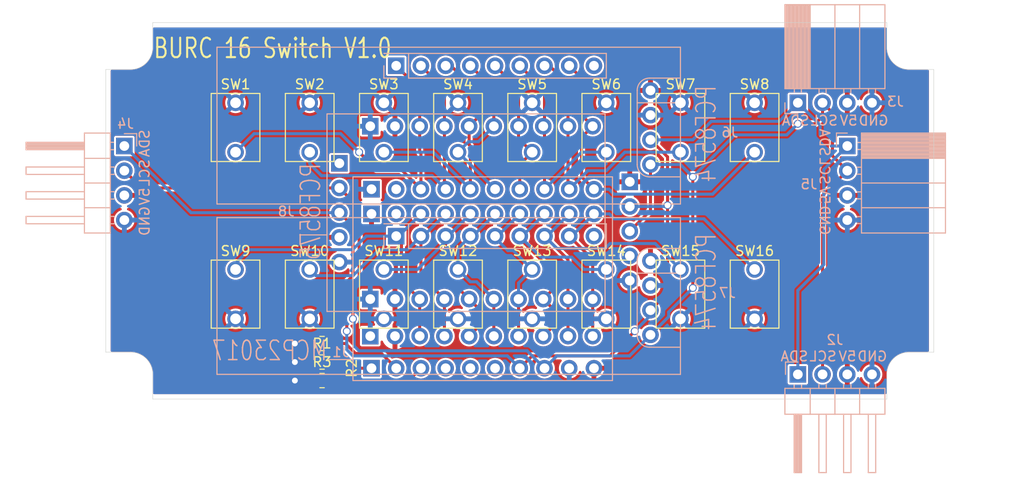
<source format=kicad_pcb>
(kicad_pcb (version 20221018) (generator pcbnew)
  (title_block (title "Board for 16 Switch") (date "2023-09-02") (rev "1.0"))
  (layers (0 "F.Cu" signal) (31 "B.Cu" signal) (34 "B.Paste" user) (35 "F.Paste" user) (36 "B.SilkS" user "B.Silkscreen") (37 "F.SilkS" user "F.Silkscreen") (38 "B.Mask" user) (39 "F.Mask" user) (44 "Edge.Cuts" user))
  (net 0 "")
  (net 2 "/C1")
  (net 3 "/C2")
  (net 4 "GND")
  (net 5 "+5V")
  (net 6 "/SDA")
  (net 7 "/C3")
  (net 8 "/C4")
  (net 9 "/C5")
  (net 10 "/C6")
  (net 11 "/C7")
  (net 12 "/C8")
  (net 13 "/C16")
  (net 14 "/C15")
  (net 15 "/C14")
  (net 16 "/C13")
  (net 17 "/SCL")
  (net 18 "/C12")
  (net 19 "/C11")
  (net 20 "/C10")
  (net 21 "/C9")
  (net 23 "Net-(J1C-Pin_21)")
  (net 24 "Net-(J1C-Pin_22)")
  (net 25 "Net-(J1C-Pin_23)")
  (footprint "MyPackages_16Switch:Interrupteur_SPDT_2Pins" (layer "F.Cu") (at 181.61 123.825 180)
    (fp_text reference "SW13" (at 0 4.445 unlocked) (layer "F.SilkS"))
    (fp_text value "SW_SPST")
    (pad "1" thru_hole circle (at 0 -2.54 180) (size 1.7 1.7) (drill 1.1) (layers "*.Cu" "*.Mask") (net 4 "GND"))
    (pad "2" thru_hole circle (at 0 2.54 180) (size 1.7 1.7) (drill 1.1) (layers "*.Cu" "*.Mask") (net 16 "/C13"))
  )
  (footprint "MyPackages_16Switch:Interrupteur_SPDT_2Pins" (layer "F.Cu") (at 196.85 123.825 180)
    (fp_text reference "SW15" (at 0 4.445 unlocked) (layer "F.SilkS"))
    (fp_text value "SW_SPST")
    (pad "1" thru_hole circle (at 0 -2.54 180) (size 1.7 1.7) (drill 1.1) (layers "*.Cu" "*.Mask") (net 4 "GND"))
    (pad "2" thru_hole circle (at 0 2.54 180) (size 1.7 1.7) (drill 1.1) (layers "*.Cu" "*.Mask") (net 14 "/C15"))
  )
  (footprint "Resistor_SMD:R_0805_2012Metric_Pad1.20x1.40mm_HandSolder" (layer "F.Cu") (at 160.02 128.905 180)
    (fp_text reference "R2" (at -3.048 -2.54 90) (layer "F.SilkS"))
    (fp_text value "0")
    (pad "1" smd roundrect (at -1 0 180) (size 1.2 1.4) (layers "F.Cu" "F.Paste" "F.Mask") (roundrect_rratio 0.208333) (net 24 "Net-(J1C-Pin_22)"))
    (pad "2" smd roundrect (at 1 0 180) (size 1.2 1.4) (layers "F.Cu" "F.Paste" "F.Mask") (roundrect_rratio 0.208333) (net 4 "GND"))
  )
  (footprint "MyPackages_16Switch:Interrupteur_SPDT_2Pins" (layer "F.Cu") (at 173.99 106.68)
    (fp_text reference "SW4" (at 0 -4.445 unlocked) (layer "F.SilkS"))
    (fp_text value "SW_SPST")
    (pad "1" thru_hole circle (at 0 -2.54) (size 1.7 1.7) (drill 1.1) (layers "*.Cu" "*.Mask") (net 4 "GND"))
    (pad "2" thru_hole circle (at 0 2.54) (size 1.7 1.7) (drill 1.1) (layers "*.Cu" "*.Mask") (net 8 "/C4"))
  )
  (footprint "MyPackages_16Switch:Interrupteur_SPDT_2Pins" (layer "F.Cu") (at 158.75 106.68)
    (fp_text reference "SW2" (at 0 -4.445 unlocked) (layer "F.SilkS"))
    (fp_text value "SW_SPST")
    (pad "1" thru_hole circle (at 0 -2.54) (size 1.7 1.7) (drill 1.1) (layers "*.Cu" "*.Mask") (net 4 "GND"))
    (pad "2" thru_hole circle (at 0 2.54) (size 1.7 1.7) (drill 1.1) (layers "*.Cu" "*.Mask") (net 3 "/C2"))
  )
  (footprint "MyPackages_16Switch:Interrupteur_SPDT_2Pins" (layer "F.Cu") (at 181.61 106.68)
    (fp_text reference "SW5" (at 0 -4.445 unlocked) (layer "F.SilkS"))
    (fp_text value "SW_SPST")
    (pad "1" thru_hole circle (at 0 -2.54) (size 1.7 1.7) (drill 1.1) (layers "*.Cu" "*.Mask") (net 4 "GND"))
    (pad "2" thru_hole circle (at 0 2.54) (size 1.7 1.7) (drill 1.1) (layers "*.Cu" "*.Mask") (net 9 "/C5"))
  )
  (footprint "Resistor_SMD:R_0805_2012Metric_Pad1.20x1.40mm_HandSolder" (layer "F.Cu") (at 160.02 132.715 180)
    (fp_text reference "R3" (at 0 1.905) (layer "F.SilkS"))
    (fp_text value "0")
    (pad "1" smd roundrect (at -1 0 180) (size 1.2 1.4) (layers "F.Cu" "F.Paste" "F.Mask") (roundrect_rratio 0.208333) (net 25 "Net-(J1C-Pin_23)"))
    (pad "2" smd roundrect (at 1 0 180) (size 1.2 1.4) (layers "F.Cu" "F.Paste" "F.Mask") (roundrect_rratio 0.208333) (net 4 "GND"))
  )
  (footprint "MyPackages_16Switch:Interrupteur_SPDT_2Pins" (layer "F.Cu") (at 158.75 123.825 180)
    (fp_text reference "SW10" (at 0 4.445 unlocked) (layer "F.SilkS"))
    (fp_text value "SW_SPST")
    (pad "1" thru_hole circle (at 0 -2.54 180) (size 1.7 1.7) (drill 1.1) (layers "*.Cu" "*.Mask") (net 4 "GND"))
    (pad "2" thru_hole circle (at 0 2.54 180) (size 1.7 1.7) (drill 1.1) (layers "*.Cu" "*.Mask") (net 20 "/C10"))
  )
  (footprint "MyPackages_16Switch:Interrupteur_SPDT_2Pins" (layer "F.Cu") (at 189.23 123.825 180)
    (fp_text reference "SW14" (at 0 4.445 unlocked) (layer "F.SilkS"))
    (fp_text value "SW_SPST")
    (pad "1" thru_hole circle (at 0 -2.54 180) (size 1.7 1.7) (drill 1.1) (layers "*.Cu" "*.Mask") (net 4 "GND"))
    (pad "2" thru_hole circle (at 0 2.54 180) (size 1.7 1.7) (drill 1.1) (layers "*.Cu" "*.Mask") (net 15 "/C14"))
  )
  (footprint "MyPackages_16Switch:Interrupteur_SPDT_2Pins" (layer "F.Cu") (at 166.37 106.68)
    (fp_text reference "SW3" (at 0 -4.445 unlocked) (layer "F.SilkS"))
    (fp_text value "SW_SPST")
    (pad "1" thru_hole circle (at 0 -2.54) (size 1.7 1.7) (drill 1.1) (layers "*.Cu" "*.Mask") (net 4 "GND"))
    (pad "2" thru_hole circle (at 0 2.54) (size 1.7 1.7) (drill 1.1) (layers "*.Cu" "*.Mask") (net 7 "/C3"))
  )
  (footprint "MyPackages_16Switch:Interrupteur_SPDT_2Pins" (layer "F.Cu") (at 189.23 106.68)
    (fp_text reference "SW6" (at 0 -4.445 unlocked) (layer "F.SilkS"))
    (fp_text value "SW_SPST")
    (pad "1" thru_hole circle (at 0 -2.54) (size 1.7 1.7) (drill 1.1) (layers "*.Cu" "*.Mask") (net 4 "GND"))
    (pad "2" thru_hole circle (at 0 2.54) (size 1.7 1.7) (drill 1.1) (layers "*.Cu" "*.Mask") (net 10 "/C6"))
  )
  (footprint "MyPackages_16Switch:Interrupteur_SPDT_2Pins" (layer "F.Cu") (at 151.13 106.68)
    (fp_text reference "SW1" (at 0 -4.445 unlocked) (layer "F.SilkS"))
    (fp_text value "SW_SPST")
    (pad "1" thru_hole circle (at 0 -2.54) (size 1.7 1.7) (drill 1.1) (layers "*.Cu" "*.Mask") (net 4 "GND"))
    (pad "2" thru_hole circle (at 0 2.54) (size 1.7 1.7) (drill 1.1) (layers "*.Cu" "*.Mask") (net 2 "/C1"))
  )
  (footprint "MyPackages_16Switch:Interrupteur_SPDT_2Pins" (layer "F.Cu") (at 166.37 123.825 180)
    (fp_text reference "SW11" (at 0 4.445 unlocked) (layer "F.SilkS"))
    (fp_text value "SW_SPST")
    (pad "1" thru_hole circle (at 0 -2.54 180) (size 1.7 1.7) (drill 1.1) (layers "*.Cu" "*.Mask") (net 4 "GND"))
    (pad "2" thru_hole circle (at 0 2.54 180) (size 1.7 1.7) (drill 1.1) (layers "*.Cu" "*.Mask") (net 19 "/C11"))
  )
  (footprint "MyPackages_16Switch:Interrupteur_SPDT_2Pins" (layer "F.Cu") (at 204.47 123.825 180)
    (fp_text reference "SW16" (at 0 4.445 unlocked) (layer "F.SilkS"))
    (fp_text value "SW_SPST")
    (pad "1" thru_hole circle (at 0 -2.54 180) (size 1.7 1.7) (drill 1.1) (layers "*.Cu" "*.Mask") (net 4 "GND"))
    (pad "2" thru_hole circle (at 0 2.54 180) (size 1.7 1.7) (drill 1.1) (layers "*.Cu" "*.Mask") (net 13 "/C16"))
  )
  (footprint "MyPackages_16Switch:Interrupteur_SPDT_2Pins" (layer "F.Cu") (at 151.13 123.825 180)
    (fp_text reference "SW9" (at 0 4.445 unlocked) (layer "F.SilkS"))
    (fp_text value "SW_SPST")
    (pad "1" thru_hole circle (at 0 -2.54 180) (size 1.7 1.7) (drill 1.1) (layers "*.Cu" "*.Mask") (net 4 "GND"))
    (pad "2" thru_hole circle (at 0 2.54 180) (size 1.7 1.7) (drill 1.1) (layers "*.Cu" "*.Mask") (net 21 "/C9"))
  )
  (footprint "MyPackages_16Switch:Interrupteur_SPDT_2Pins" (layer "F.Cu") (at 196.85 106.68)
    (fp_text reference "SW7" (at 0 -4.445 unlocked) (layer "F.SilkS"))
    (fp_text value "SW_SPST")
    (pad "1" thru_hole circle (at 0 -2.54) (size 1.7 1.7) (drill 1.1) (layers "*.Cu" "*.Mask") (net 4 "GND"))
    (pad "2" thru_hole circle (at 0 2.54) (size 1.7 1.7) (drill 1.1) (layers "*.Cu" "*.Mask") (net 11 "/C7"))
  )
  (footprint "Resistor_SMD:R_0805_2012Metric_Pad1.20x1.40mm_HandSolder" (layer "F.Cu") (at 160.02 130.81 180)
    (fp_text reference "R1" (at 0 1.905) (layer "F.SilkS"))
    (fp_text value "0")
    (pad "1" smd roundrect (at -1 0 180) (size 1.2 1.4) (layers "F.Cu" "F.Paste" "F.Mask") (roundrect_rratio 0.208333) (net 23 "Net-(J1C-Pin_21)"))
    (pad "2" smd roundrect (at 1 0 180) (size 1.2 1.4) (layers "F.Cu" "F.Paste" "F.Mask") (roundrect_rratio 0.208333) (net 4 "GND"))
  )
  (footprint "MyPackages_16Switch:Interrupteur_SPDT_2Pins" (layer "F.Cu") (at 173.99 123.825 180)
    (fp_text reference "SW12" (at 0 4.445 unlocked) (layer "F.SilkS"))
    (fp_text value "SW_SPST")
    (pad "1" thru_hole circle (at 0 -2.54 180) (size 1.7 1.7) (drill 1.1) (layers "*.Cu" "*.Mask") (net 4 "GND"))
    (pad "2" thru_hole circle (at 0 2.54 180) (size 1.7 1.7) (drill 1.1) (layers "*.Cu" "*.Mask") (net 18 "/C12"))
  )
  (footprint "MyPackages_16Switch:Interrupteur_SPDT_2Pins" (layer "F.Cu") (at 204.47 106.68)
    (fp_text reference "SW8" (at 0 -4.445 unlocked) (layer "F.SilkS"))
    (fp_text value "SW_SPST")
    (pad "1" thru_hole circle (at 0 -2.54) (size 1.7 1.7) (drill 1.1) (layers "*.Cu" "*.Mask") (net 4 "GND"))
    (pad "2" thru_hole circle (at 0 2.54) (size 1.7 1.7) (drill 1.1) (layers "*.Cu" "*.Mask") (net 12 "/C8"))
  )
  (footprint "Connector_PinSocket_2.54mm:PinSocket_1x04_P2.54mm_Horizontal" (layer "B.Cu") (at 208.915 104.14 -90)
    (fp_text reference "J3" (at -0.127 -10.033 -180) (layer "B.SilkS") (effects (justify mirror)))
    (fp_text value "I2C_INPUT")
    (pad "1" thru_hole rect (at 0 0 270) (size 1.7 1.7) (drill 1) (layers "*.Cu" "*.Mask") (net 6 "/SDA"))
    (pad "2" thru_hole oval (at 0 -2.54 270) (size 1.7 1.7) (drill 1) (layers "*.Cu" "*.Mask") (net 17 "/SCL"))
    (pad "3" thru_hole oval (at 0 -5.08 270) (size 1.7 1.7) (drill 1) (layers "*.Cu" "*.Mask") (net 5 "+5V"))
    (pad "4" thru_hole oval (at 0 -7.62 270) (size 1.7 1.7) (drill 1) (layers "*.Cu" "*.Mask") (net 4 "GND"))
  )
  (footprint "MyPackages_16Switch:PCF8575_Breakout_Dbl" (layer "B.Cu") (at 164.973 106.553 -90)
    (fp_text reference "J8" (at 8.763 8.636 180) (layer "B.SilkS") (effects (justify mirror)))
    (fp_text value "PCF8575")
    (pad "1" thru_hole rect (at 0 0 270) (size 1.7 1.7) (drill 1) (layers "*.Cu" "*.Mask") (net 4 "GND"))
    (pad "2" thru_hole oval (at 0 -2.54 270) (size 1.7 1.7) (drill 1) (layers "*.Cu" "*.Mask") (net 5 "+5V"))
    (pad "3" thru_hole oval (at 0 -5.08 270) (size 1.7 1.7) (drill 1) (layers "*.Cu" "*.Mask") (net 2 "/C1"))
    (pad "4" thru_hole oval (at 0 -7.62 270) (size 1.7 1.7) (drill 1) (layers "*.Cu" "*.Mask") (net 3 "/C2"))
    (pad "5" thru_hole oval (at 0 -10.16 270) (size 1.7 1.7) (drill 1) (layers "*.Cu" "*.Mask") (net 7 "/C3"))
    (pad "6" thru_hole oval (at 0 -12.7 270) (size 1.7 1.7) (drill 1) (layers "*.Cu" "*.Mask") (net 8 "/C4"))
    (pad "7" thru_hole oval (at 0 -15.24 270) (size 1.7 1.7) (drill 1) (layers "*.Cu" "*.Mask") (net 9 "/C5"))
    (pad "8" thru_hole oval (at 0 -17.78 270) (size 1.7 1.7) (drill 1) (layers "*.Cu" "*.Mask") (net 10 "/C6"))
    (pad "9" thru_hole oval (at 0 -20.32 270) (size 1.7 1.7) (drill 1) (layers "*.Cu" "*.Mask") (net 11 "/C7"))
    (pad "10" thru_hole oval (at 0 -22.86 270) (size 1.7 1.7) (drill 1) (layers "*.Cu" "*.Mask") (net 12 "/C8"))
    (pad "11" thru_hole oval (at 17.78 -22.86 270) (size 1.7 1.7) (drill 1) (layers "*.Cu" "*.Mask") (net 13 "/C16"))
    (pad "11" thru_hole oval (at 21.59 -22.86 270) (size 1.7 1.7) (drill 1) (layers "*.Cu" "*.Mask") (net 13 "/C16"))
    (pad "12" thru_hole oval (at 17.78 -20.32 270) (size 1.7 1.7) (drill 1) (layers "*.Cu" "*.Mask") (net 14 "/C15"))
    (pad "12" thru_hole oval (at 21.59 -20.32 270) (size 1.7 1.7) (drill 1) (layers "*.Cu" "*.Mask") (net 14 "/C15"))
    (pad "13" thru_hole oval (at 17.78 -17.78 270) (size 1.7 1.7) (drill 1) (layers "*.Cu" "*.Mask") (net 15 "/C14"))
    (pad "13" thru_hole oval (at 21.59 -17.78 270) (size 1.7 1.7) (drill 1) (layers "*.Cu" "*.Mask") (net 15 "/C14"))
    (pad "14" thru_hole oval (at 17.78 -15.24 270) (size 1.7 1.7) (drill 1) (layers "*.Cu" "*.Mask") (net 16 "/C13"))
    (pad "14" thru_hole oval (at 21.59 -15.24 270) (size 1.7 1.7) (drill 1) (layers "*.Cu" "*.Mask") (net 16 "/C13"))
    (pad "15" thru_hole oval (at 17.78 -12.7 270) (size 1.7 1.7) (drill 1) (layers "*.Cu" "*.Mask") (net 18 "/C12"))
    (pad "15" thru_hole oval (at 21.59 -12.7 270) (size 1.7 1.7) (drill 1) (layers "*.Cu" "*.Mask") (net 18 "/C12"))
    (pad "16" thru_hole oval (at 17.78 -10.16 270) (size 1.7 1.7) (drill 1) (layers "*.Cu" "*.Mask") (net 19 "/C11"))
    (pad "16" thru_hole oval (at 21.59 -10.16 270) (size 1.7 1.7) (drill 1) (layers "*.Cu" "*.Mask") (net 19 "/C11"))
    (pad "17" thru_hole oval (at 17.78 -7.62 270) (size 1.7 1.7) (drill 1) (layers "*.Cu" "*.Mask") (net 20 "/C10"))
    (pad "17" thru_hole oval (at 21.59 -7.62 270) (size 1.7 1.7) (drill 1) (layers "*.Cu" "*.Mask") (net 20 "/C10"))
    (pad "18" thru_hole oval (at 17.78 -5.08 270) (size 1.7 1.7) (drill 1) (layers "*.Cu" "*.Mask") (net 21 "/C9"))
    (pad "18" thru_hole oval (at 21.59 -5.08 270) (size 1.7 1.7) (drill 1) (layers "*.Cu" "*.Mask") (net 21 "/C9"))
    (pad "19" thru_hole oval (at 17.78 -2.54 270) (size 1.7 1.7) (drill 1) (layers "*.Cu" "*.Mask") (net 5 "+5V"))
    (pad "19" thru_hole oval (at 21.59 -2.54 270) (size 1.7 1.7) (drill 1) (layers "*.Cu" "*.Mask") (net 5 "+5V"))
    (pad "20" thru_hole rect (at 17.78 0 270) (size 1.7 1.7) (drill 1) (layers "*.Cu" "*.Mask") (net 4 "GND"))
    (pad "20" thru_hole rect (at 21.59 0 270) (size 1.7 1.7) (drill 1) (layers "*.Cu" "*.Mask") (net 4 "GND"))
    (pad "21" thru_hole rect (at 3.81 3.175 180) (size 1.7 1.7) (drill 1) (layers "*.Cu" "*.Mask"))
    (pad "22" thru_hole oval (at 6.35 3.175 180) (size 1.7 1.7) (drill 1) (layers "*.Cu" "*.Mask") (net 17 "/SCL"))
    (pad "22" thru_hole oval (at 10.795 -26.67 180) (size 1.7 1.7) (drill 1) (layers "*.Cu" "*.Mask") (net 17 "/SCL"))
    (pad "23" thru_hole oval (at 8.255 -26.67 180) (size 1.7 1.7) (drill 1) (layers "*.Cu" "*.Mask") (net 6 "/SDA"))
    (pad "23" thru_hole oval (at 8.89 3.175 180) (size 1.7 1.7) (drill 1) (layers "*.Cu" "*.Mask") (net 6 "/SDA"))
    (pad "24" thru_hole rect (at 5.715 -26.67 180) (size 1.7 1.7) (drill 1) (layers "*.Cu" "*.Mask") (net 5 "+5V"))
    (pad "24" thru_hole oval (at 11.43 3.175 180) (size 1.7 1.7) (drill 1) (layers "*.Cu" "*.Mask") (net 5 "+5V"))
    (pad "25" thru_hole oval (at 13.97 3.175 180) (size 1.7 1.7) (drill 1) (layers "*.Cu" "*.Mask") (net 4 "GND"))
    (pad "25" thru_hole oval (at 15.875 -26.67 180) (size 1.7 1.7) (drill 1) (layers "*.Cu" "*.Mask") (net 4 "GND"))
    (pad "26" thru_hole oval (at 13.335 -26.67 180) (size 1.7 1.7) (drill 1) (layers "*.Cu" "*.Mask"))
  )
  (footprint "MyPackages_16Switch:MCP23017_MODULE" (layer "B.Cu") (at 165.1 113.03 -90)
    (fp_text reference "J1" (at 16.764 3.175 -180) (layer "B.SilkS") (effects (justify mirror)))
    (fp_text value "MPC23017_MODULE")
    (pad "1" thru_hole rect (at 0 0 270) (size 1.7 1.7) (drill 1) (layers "*.Cu" "*.Mask") (net 4 "GND"))
    (pad "2" thru_hole oval (at 0 -2.54 270) (size 1.7 1.7) (drill 1) (layers "*.Cu" "*.Mask"))
    (pad "3" thru_hole oval (at 0 -5.08 270) (size 1.7 1.7) (drill 1) (layers "*.Cu" "*.Mask") (net 2 "/C1"))
    (pad "4" thru_hole oval (at 0 -7.62 270) (size 1.7 1.7) (drill 1) (layers "*.Cu" "*.Mask") (net 3 "/C2"))
    (pad "5" thru_hole oval (at 0 -10.16 270) (size 1.7 1.7) (drill 1) (layers "*.Cu" "*.Mask") (net 7 "/C3"))
    (pad "6" thru_hole oval (at 0 -12.7 270) (size 1.7 1.7) (drill 1) (layers "*.Cu" "*.Mask") (net 8 "/C4"))
    (pad "7" thru_hole oval (at 0 -15.24 270) (size 1.7 1.7) (drill 1) (layers "*.Cu" "*.Mask") (net 9 "/C5"))
    (pad "8" thru_hole oval (at 0 -17.78 270) (size 1.7 1.7) (drill 1) (layers "*.Cu" "*.Mask") (net 10 "/C6"))
    (pad "9" thru_hole oval (at 0 -20.32 270) (size 1.7 1.7) (drill 1) (layers "*.Cu" "*.Mask") (net 11 "/C7"))
    (pad "10" thru_hole oval (at 0 -22.86 270) (size 1.7 1.7) (drill 1) (layers "*.Cu" "*.Mask") (net 12 "/C8"))
    (pad "11" thru_hole oval (at 2.54 -22.86 270) (size 1.7 1.7) (drill 1) (layers "*.Cu" "*.Mask") (net 13 "/C16"))
    (pad "12" thru_hole oval (at 2.54 -20.32 270) (size 1.7 1.7) (drill 1) (layers "*.Cu" "*.Mask") (net 14 "/C15"))
    (pad "13" thru_hole oval (at 2.54 -17.78 270) (size 1.7 1.7) (drill 1) (layers "*.Cu" "*.Mask") (net 15 "/C14"))
    (pad "14" thru_hole oval (at 2.54 -15.24 270) (size 1.7 1.7) (drill 1) (layers "*.Cu" "*.Mask") (net 16 "/C13"))
    (pad "15" thru_hole oval (at 2.54 -12.7 270) (size 1.7 1.7) (drill 1) (layers "*.Cu" "*.Mask") (net 18 "/C12"))
    (pad "16" thru_hole oval (at 2.54 -10.16 270) (size 1.7 1.7) (drill 1) (layers "*.Cu" "*.Mask") (net 19 "/C11"))
    (pad "17" thru_hole oval (at 2.54 -7.62 270) (size 1.7 1.7) (drill 1) (layers "*.Cu" "*.Mask") (net 20 "/C10"))
    (pad "18" thru_hole oval (at 2.54 -5.08 270) (size 1.7 1.7) (drill 1) (layers "*.Cu" "*.Mask") (net 21 "/C9"))
    (pad "19" thru_hole oval (at 2.54 -2.54 270) (size 1.7 1.7) (drill 1) (layers "*.Cu" "*.Mask"))
    (pad "20" thru_hole rect (at 2.54 0 270) (size 1.7 1.7) (drill 1) (layers "*.Cu" "*.Mask") (net 5 "+5V"))
    (pad "21" thru_hole rect (at 18.415 0 270) (size 1.7 1.7) (drill 1) (layers "*.Cu" "*.Mask") (net 23 "Net-(J1C-Pin_21)"))
    (pad "22" thru_hole oval (at 18.415 -2.54 270) (size 1.7 1.7) (drill 1) (layers "*.Cu" "*.Mask") (net 24 "Net-(J1C-Pin_22)"))
    (pad "23" thru_hole oval (at 18.415 -5.08 270) (size 1.7 1.7) (drill 1) (layers "*.Cu" "*.Mask") (net 25 "Net-(J1C-Pin_23)"))
    (pad "24" thru_hole oval (at 18.415 -7.62 270) (size 1.7 1.7) (drill 1) (layers "*.Cu" "*.Mask"))
    (pad "25" thru_hole oval (at 18.415 -10.16 270) (size 1.7 1.7) (drill 1) (layers "*.Cu" "*.Mask"))
    (pad "26" thru_hole oval (at 18.415 -12.7 270) (size 1.7 1.7) (drill 1) (layers "*.Cu" "*.Mask"))
    (pad "27" thru_hole oval (at 18.415 -15.24 270) (size 1.7 1.7) (drill 1) (layers "*.Cu" "*.Mask") (net 6 "/SDA"))
    (pad "28" thru_hole oval (at 18.415 -17.78 270) (size 1.7 1.7) (drill 1) (layers "*.Cu" "*.Mask") (net 17 "/SCL"))
    (pad "29" thru_hole oval (at 18.415 -20.32 270) (size 1.7 1.7) (drill 1) (layers "*.Cu" "*.Mask") (net 4 "GND"))
    (pad "30" thru_hole oval (at 18.415 -22.86 270) (size 1.7 1.7) (drill 1) (layers "*.Cu" "*.Mask") (net 5 "+5V"))
  )
  (footprint "Connector_PinSocket_2.54mm:PinSocket_1x04_P2.54mm_Horizontal" (layer "B.Cu") (at 213.995 108.585 180)
    (fp_text reference "J5" (at 3.937 -3.937) (layer "B.SilkS") (effects (justify mirror)))
    (fp_text value "I2C_INPUT")
    (pad "1" thru_hole rect (at 0 0 180) (size 1.7 1.7) (drill 1) (layers "*.Cu" "*.Mask") (net 6 "/SDA"))
    (pad "2" thru_hole oval (at 0 -2.54 180) (size 1.7 1.7) (drill 1) (layers "*.Cu" "*.Mask") (net 17 "/SCL"))
    (pad "3" thru_hole oval (at 0 -5.08 180) (size 1.7 1.7) (drill 1) (layers "*.Cu" "*.Mask") (net 5 "+5V"))
    (pad "4" thru_hole oval (at 0 -7.62 180) (size 1.7 1.7) (drill 1) (layers "*.Cu" "*.Mask") (net 4 "GND"))
  )
  (footprint "MyPackages_16Switch:PCF8574_BreakOut" (layer "B.Cu") (at 187.96 117.856 180)
    (fp_text reference "J7" (at -13.716 -5.842 180) (layer "B.SilkS") (effects (justify mirror)))
    (fp_text value "PCF8574")
    (pad "1" thru_hole rect (at 20.32 0 90) (size 1.7 1.7) (drill 1) (layers "*.Cu" "*.Mask") (net 21 "/C9"))
    (pad "2" thru_hole oval (at 17.78 0 90) (size 1.7 1.7) (drill 1) (layers "*.Cu" "*.Mask") (net 20 "/C10"))
    (pad "3" thru_hole oval (at 15.24 0 90) (size 1.7 1.7) (drill 1) (layers "*.Cu" "*.Mask") (net 19 "/C11"))
    (pad "4" thru_hole oval (at 12.7 0 90) (size 1.7 1.7) (drill 1) (layers "*.Cu" "*.Mask") (net 18 "/C12"))
    (pad "5" thru_hole oval (at 10.16 0 90) (size 1.7 1.7) (drill 1) (layers "*.Cu" "*.Mask") (net 16 "/C13"))
    (pad "6" thru_hole oval (at 7.62 0 90) (size 1.7 1.7) (drill 1) (layers "*.Cu" "*.Mask") (net 15 "/C14"))
    (pad "7" thru_hole oval (at 5.08 0 90) (size 1.7 1.7) (drill 1) (layers "*.Cu" "*.Mask") (net 14 "/C15"))
    (pad "8" thru_hole oval (at 2.54 0 90) (size 1.7 1.7) (drill 1) (layers "*.Cu" "*.Mask") (net 13 "/C16"))
    (pad "9" thru_hole oval (at 0 0 90) (size 1.7 1.7) (drill 1) (layers "*.Cu" "*.Mask"))
    (pad "10" thru_hole oval (at -5.81 -2.54 90) (size 1.7 1.7) (drill 1) (layers "*.Cu" "*.Mask") (net 5 "+5V"))
    (pad "11" thru_hole oval (at -5.81 -5.08 90) (size 1.7 1.7) (drill 1) (layers "*.Cu" "*.Mask") (net 4 "GND"))
    (pad "12" thru_hole oval (at -5.81 -7.62 90) (size 1.7 1.7) (drill 1) (layers "*.Cu" "*.Mask") (net 6 "/SDA"))
    (pad "13" thru_hole oval (at -5.81 -10.16 90) (size 1.7 1.7) (drill 1) (layers "*.Cu" "*.Mask") (net 17 "/SCL"))
  )
  (footprint "MyPackages_16Switch:PCF8574_BreakOut" (layer "B.Cu") (at 187.96 100.33 180)
    (fp_text reference "J6" (at -13.97 -6.858 180) (layer "B.SilkS") (effects (justify mirror)))
    (fp_text value "PCF8574")
    (pad "1" thru_hole rect (at 20.32 0 90) (size 1.7 1.7) (drill 1) (layers "*.Cu" "*.Mask") (net 2 "/C1"))
    (pad "2" thru_hole oval (at 17.78 0 90) (size 1.7 1.7) (drill 1) (layers "*.Cu" "*.Mask") (net 3 "/C2"))
    (pad "3" thru_hole oval (at 15.24 0 90) (size 1.7 1.7) (drill 1) (layers "*.Cu" "*.Mask") (net 7 "/C3"))
    (pad "4" thru_hole oval (at 12.7 0 90) (size 1.7 1.7) (drill 1) (layers "*.Cu" "*.Mask") (net 8 "/C4"))
    (pad "5" thru_hole oval (at 10.16 0 90) (size 1.7 1.7) (drill 1) (layers "*.Cu" "*.Mask") (net 9 "/C5"))
    (pad "6" thru_hole oval (at 7.62 0 90) (size 1.7 1.7) (drill 1) (layers "*.Cu" "*.Mask") (net 10 "/C6"))
    (pad "7" thru_hole oval (at 5.08 0 90) (size 1.7 1.7) (drill 1) (layers "*.Cu" "*.Mask") (net 11 "/C7"))
    (pad "8" thru_hole oval (at 2.54 0 90) (size 1.7 1.7) (drill 1) (layers "*.Cu" "*.Mask") (net 12 "/C8"))
    (pad "9" thru_hole oval (at 0 0 90) (size 1.7 1.7) (drill 1) (layers "*.Cu" "*.Mask"))
    (pad "10" thru_hole oval (at -5.81 -2.54 90) (size 1.7 1.7) (drill 1) (layers "*.Cu" "*.Mask") (net 5 "+5V"))
    (pad "11" thru_hole oval (at -5.81 -5.08 90) (size 1.7 1.7) (drill 1) (layers "*.Cu" "*.Mask") (net 4 "GND"))
    (pad "12" thru_hole oval (at -5.81 -7.62 90) (size 1.7 1.7) (drill 1) (layers "*.Cu" "*.Mask") (net 6 "/SDA"))
    (pad "13" thru_hole oval (at -5.81 -10.16 90) (size 1.7 1.7) (drill 1) (layers "*.Cu" "*.Mask") (net 17 "/SCL"))
  )
  (footprint "Connector_PinHeader_2.54mm:PinHeader_1x04_P2.54mm_Horizontal" (layer "B.Cu") (at 139.7 108.585 180)
    (fp_text reference "J4" (at -0.127 2.286) (layer "B.SilkS") (effects (justify mirror)))
    (fp_text value "I2C_INPUT")
    (pad "1" thru_hole rect (at 0 0 180) (size 1.7 1.7) (drill 1) (layers "*.Cu" "*.Mask") (net 6 "/SDA"))
    (pad "2" thru_hole oval (at 0 -2.54 180) (size 1.7 1.7) (drill 1) (layers "*.Cu" "*.Mask") (net 17 "/SCL"))
    (pad "3" thru_hole oval (at 0 -5.08 180) (size 1.7 1.7) (drill 1) (layers "*.Cu" "*.Mask") (net 5 "+5V"))
    (pad "4" thru_hole oval (at 0 -7.62 180) (size 1.7 1.7) (drill 1) (layers "*.Cu" "*.Mask") (net 4 "GND"))
  )
  (footprint "Connector_PinHeader_2.54mm:PinHeader_1x04_P2.54mm_Horizontal" (layer "B.Cu") (at 208.915 132.08 -90)
    (fp_text reference "J2" (at -3.556 -3.81) (layer "B.SilkS") (effects (justify mirror)))
    (fp_text value "I2C_INPUT")
    (pad "1" thru_hole rect (at 0 0 270) (size 1.7 1.7) (drill 1) (layers "*.Cu" "*.Mask") (net 6 "/SDA"))
    (pad "2" thru_hole oval (at 0 -2.54 270) (size 1.7 1.7) (drill 1) (layers "*.Cu" "*.Mask") (net 17 "/SCL"))
    (pad "3" thru_hole oval (at 0 -5.08 270) (size 1.7 1.7) (drill 1) (layers "*.Cu" "*.Mask") (net 5 "+5V"))
    (pad "4" thru_hole oval (at 0 -7.62 270) (size 1.7 1.7) (drill 1) (layers "*.Cu" "*.Mask") (net 4 "GND"))
  )
  (gr_line (start 160.655 130.556) (end 163.195 130.556) (stroke (width 0.12)) (layer "B.SilkS"))
  (gr_line (start 157.734 117.729) (end 160.528 117.729) (stroke (width 0.12)) (layer "B.SilkS"))
  (gr_arc (start 220.345 100.711) (mid 218.728554 100.041446) (end 218.059 98.425) (stroke (width 0.05)) (layer "Edge.Cuts"))
  (gr_line (start 218.059 132.08) (end 218.059 134.62) (stroke (width 0.05)) (layer "Edge.Cuts"))
  (gr_line (start 220.345 129.794) (end 222.885 129.794) (stroke (width 0.05)) (layer "Edge.Cuts"))
  (gr_line (start 218.059 134.62) (end 142.621 134.62) (stroke (width 0.05)) (layer "Edge.Cuts"))
  (gr_line (start 142.624525 132.08) (end 142.624525 134.62) (stroke (width 0.05)) (layer "Edge.Cuts"))
  (gr_line (start 140.335 129.790475) (end 137.795 129.790475) (stroke (width 0.05)) (layer "Edge.Cuts"))
  (gr_arc (start 218.059 132.08) (mid 218.728554 130.463554) (end 220.345 129.794) (stroke (width 0.05)) (layer "Edge.Cuts"))
  (gr_line (start 142.621 95.885) (end 218.059 95.885) (stroke (width 0.05)) (layer "Edge.Cuts"))
  (gr_line (start 222.885 100.711) (end 220.345 100.711) (stroke (width 0.05)) (layer "Edge.Cuts"))
  (gr_line (start 140.335 100.711) (end 137.795 100.711) (stroke (width 0.05)) (layer "Edge.Cuts"))
  (gr_line (start 142.621 98.425) (end 142.621 95.885) (stroke (width 0.05)) (layer "Edge.Cuts"))
  (gr_line (start 222.885 129.794) (end 222.885 100.711) (stroke (width 0.05)) (layer "Edge.Cuts"))
  (gr_arc (start 142.621 98.425) (mid 141.951446 100.041446) (end 140.335 100.711) (stroke (width 0.05)) (layer "Edge.Cuts"))
  (gr_arc (start 140.335 129.790475) (mid 141.953939 130.461061) (end 142.624525 132.08) (stroke (width 0.05)) (layer "Edge.Cuts"))
  (gr_line (start 137.795 129.794) (end 137.795 100.711) (stroke (width 0.05)) (layer "Edge.Cuts"))
  (gr_line (start 218.059 98.425) (end 218.059 95.885) (stroke (width 0.05)) (layer "Edge.Cuts"))
  (gr_text "5V" (at 142.367 112.776 90) (layer "B.SilkS") (effects (font (size 1 1)) (justify left bottom mirror)))
  (gr_text "SDA" (at 210.185 106.553) (layer "B.SilkS") (effects (font (size 1 1)) (justify left bottom mirror)))
  (gr_text "SDA" (at 142.367 106.807 90) (layer "B.SilkS") (effects (font (size 1 1)) (justify left bottom mirror)))
  (gr_text "PCF8574" (at 200.66 117.475 90) (layer "B.SilkS") (effects (font (size 2 1.5)) (justify left bottom mirror)))
  (gr_text "PCF8575" (at 160.02 110.236 90) (layer "B.SilkS") (effects (font (size 2 1.5)) (justify left bottom mirror)))
  (gr_text "GND" (at 218.313 106.553) (layer "B.SilkS") (effects (font (size 1 1)) (justify left bottom mirror)))
  (gr_text "5V" (at 215.011 130.81) (layer "B.SilkS") (effects (font (size 1 1)) (justify left bottom mirror)))
  (gr_text "GND" (at 142.367 114.681 90) (layer "B.SilkS") (effects (font (size 1 1)) (justify left bottom mirror)))
  (gr_text "MCP23017" (at 160.655 130.81) (layer "B.SilkS") (effects (font (size 2 1.5)) (justify left bottom mirror)))
  (gr_text "SCL" (at 211.074 112.649 -90) (layer "B.SilkS") (effects (font (size 1 1)) (justify left bottom mirror)))
  (gr_text "SDA" (at 210.058 130.81) (layer "B.SilkS") (effects (font (size 1 1)) (justify left bottom mirror)))
  (gr_text "SCL" (at 212.979 130.81) (layer "B.SilkS") (effects (font (size 1 1)) (justify left bottom mirror)))
  (gr_text "5V" (at 211.074 114.681 -90) (layer "B.SilkS") (effects (font (size 1 1)) (justify left bottom mirror)))
  (gr_text "SCL" (at 213.106 106.553) (layer "B.SilkS") (effects (font (size 1 1)) (justify left bottom mirror)))
  (gr_text "PCF8574" (at 200.66 102.235 90) (layer "B.SilkS") (effects (font (size 2 1.5)) (justify left bottom mirror)))
  (gr_text "GND" (at 218.186 130.81) (layer "B.SilkS") (effects (font (size 1 1)) (justify left bottom mirror)))
  (gr_text "GND" (at 211.074 117.856 -90) (layer "B.SilkS") (effects (font (size 1 1)) (justify left bottom mirror)))
  (gr_text "5V" (at 215.138 106.553) (layer "B.SilkS") (effects (font (size 1 1)) (justify left bottom mirror)))
  (gr_text "SCL" (at 142.367 109.855 90) (layer "B.SilkS") (effects (font (size 1 1)) (justify left bottom mirror)))
  (gr_text "SDA" (at 211.074 109.728 -90) (layer "B.SilkS") (effects (font (size 1 1)) (justify left bottom mirror)))
  (gr_text "BURC 16 Switch V1.0" (at 154.94 99.695) (layer "F.SilkS") (effects (font (size 2 1.5) (thickness 0.21) bold) (justify bottom)))
  (segment (start 170.18 113.03) (end 170.18 109.347) (width 0.31) (layer "F.Cu") (net 2))
  (segment (start 170.18 109.347) (end 170.053 109.22) (width 0.31) (layer "F.Cu") (net 2))
  (segment (start 165.608 110.998) (end 164.1475 109.5375) (width 0.31) (layer "F.Cu") (net 2))
  (segment (start 168.148 110.998) (end 165.608 110.998) (width 0.31) (layer "F.Cu") (net 2))
  (segment (start 164.1475 109.5375) (end 163.83 109.22) (width 0.31) (layer "F.Cu") (net 2))
  (segment (start 170.18 113.03) (end 168.148 110.998) (width 0.31) (layer "F.Cu") (net 2))
  (segment (start 170.053 102.743) (end 167.64 100.33) (width 0.31) (layer "F.Cu") (net 2))
  (segment (start 170.053 106.553) (end 170.053 102.743) (width 0.31) (layer "F.Cu") (net 2))
  (segment (start 170.053 109.22) (end 170.053 106.553) (width 0.31) (layer "F.Cu") (net 2))
  (via (at 163.83 109.22) (size 0.8) (drill 0.6) (layers "F.Cu" "B.Cu") (net 2))
  (segment (start 163.83 109.22) (end 161.925 107.315) (width 0.31) (layer "B.Cu") (net 2))
  (segment (start 161.925 107.315) (end 153.035 107.315) (width 0.31) (layer "B.Cu") (net 2))
  (segment (start 153.035 107.315) (end 151.13 109.22) (width 0.31) (layer "B.Cu") (net 2))
  (segment (start 172.593 102.743) (end 170.18 100.33) (width 0.31) (layer "F.Cu") (net 3))
  (segment (start 172.593 112.903) (end 172.72 113.03) (width 0.31) (layer "F.Cu") (net 3))
  (segment (start 172.593 106.553) (end 172.593 112.903) (width 0.31) (layer "F.Cu") (net 3))
  (segment (start 172.593 106.553) (end 172.593 102.743) (width 0.31) (layer "F.Cu") (net 3))
  (segment (start 159.960919 111.633) (end 171.323 111.633) (width 0.31) (layer "B.Cu") (net 3))
  (segment (start 158.75 110.422081) (end 159.960919 111.633) (width 0.31) (layer "B.Cu") (net 3))
  (segment (start 158.75 109.22) (end 158.75 110.422081) (width 0.31) (layer "B.Cu") (net 3))
  (segment (start 171.323 111.633) (end 172.72 113.03) (width 0.31) (layer "B.Cu") (net 3))
  (segment (start 159.02 132.715) (end 157.226 132.715) (width 0.5) (layer "F.Cu") (net 4))
  (segment (start 159.02 130.81) (end 157.226 130.81) (width 0.5) (layer "F.Cu") (net 4))
  (segment (start 159.02 128.905) (end 157.226 128.905) (width 0.5) (layer "F.Cu") (net 4))
  (via (at 157.226 130.81) (size 1) (drill 0.6) (layers "F.Cu" "B.Cu") (net 4))
  (via (at 157.226 128.905) (size 1) (drill 0.6) (layers "F.Cu" "B.Cu") (net 4))
  (via (at 157.226 132.715) (size 1) (drill 0.6) (layers "F.Cu" "B.Cu") (net 4))
  (segment (start 173.99 126.365) (end 166.37 126.365) (width 0.5) (layer "B.Cu") (net 4))
  (segment (start 181.61 126.365) (end 189.23 126.365) (width 0.5) (layer "B.Cu") (net 4))
  (segment (start 166.37 126.365) (end 164.592 126.365) (width 0.5) (layer "B.Cu") (net 4))
  (segment (start 181.61 126.365) (end 173.99 126.365) (width 0.5) (layer "B.Cu") (net 4))
  (segment (start 192.151 127.635) (end 189.611 130.175) (width 0.31) (layer "F.Cu") (net 6))
  (segment (start 163.195 116.84) (end 161.798 115.443) (width 0.31) (layer "F.Cu") (net 6))
  (segment (start 195.525 123.721) (end 193.77 125.476) (width 0.31) (layer "F.Cu") (net 6))
  (segment (start 162.56 127) (end 162.56 127.635) (width 0.31) (layer "F.Cu") (net 6))
  (segment (start 162.56 127) (end 162.43 126.87) (width 0.31) (layer "F.Cu") (net 6))
  (segment (start 163.195 121.92) (end 163.195 116.84) (width 0.31) (layer "F.Cu") (net 6))
  (segment (start 195.525 114.681) (end 195.525 123.721) (width 0.31) (layer "F.Cu") (net 6))
  (segment (start 189.611 130.175) (end 181.61 130.175) (width 0.31) (layer "F.Cu") (net 6))
  (segment (start 162.43 122.685) (end 163.195 121.92) (width 0.31) (layer "F.Cu") (net 6))
  (segment (start 193.77 107.95) (end 195.525 109.705) (width 0.31) (layer "F.Cu") (net 6))
  (segment (start 162.43 126.87) (end 162.43 122.685) (width 0.31) (layer "F.Cu") (net 6))
  (segment (start 195.525 109.705) (end 195.525 114.681) (width 0.31) (layer "F.Cu") (net 6))
  (segment (start 181.61 130.175) (end 180.34 131.445) (width 0.31) (layer "F.Cu") (net 6))
  (via (at 195.525 114.681) (size 0.8) (drill 0.6) (layers "F.Cu" "B.Cu") (net 6))
  (via (at 192.151 127.635) (size 0.8) (drill 0.6) (layers "F.Cu" "B.Cu") (net 6))
  (via (at 162.56 127.635) (size 0.8) (drill 0.6) (layers "F.Cu" "B.Cu") (net 6))
  (segment (start 192.151 127.635) (end 193.77 126.016) (width 0.31) (layer "B.Cu") (net 6))
  (segment (start 146.558 115.443) (end 139.7 108.585) (width 0.31) (layer "B.Cu") (net 6))
  (segment (start 198.12 107.95) (end 193.77 107.95) (width 0.31) (layer "B.Cu") (net 6))
  (segment (start 195.398 114.808) (end 191.643 114.808) (width 0.31) (layer "B.Cu") (net 6))
  (segment (start 208.915 104.14) (end 207.01 106.045) (width 0.31) (layer "B.Cu") (net 6))
  (segment (start 211.201 106.426) (end 211.201 107.442) (width 0.31) (layer "B.Cu") (net 6))
  (segment (start 162.56 129.54) (end 163.195 130.175) (width 0.31) (layer "B.Cu") (net 6))
  (segment (start 162.56 127.635) (end 162.56 129.54) (width 0.31) (layer "B.Cu") (net 6))
  (segment (start 179.07 130.175) (end 180.34 131.445) (width 0.31) (layer "B.Cu") (net 6))
  (segment (start 200.025 106.045) (end 198.12 107.95) (width 0.31) (layer "B.Cu") (net 6))
  (segment (start 212.471 117.094) (end 211.328 115.951) (width 0.31) (layer "B.Cu") (net 6))
  (segment (start 207.01 106.045) (end 200.025 106.045) (width 0.31) (layer "B.Cu") (net 6))
  (segment (start 211.582 120.777) (end 208.915 123.444) (width 0.31) (layer "B.Cu") (net 6))
  (segment (start 161.798 115.443) (end 146.558 115.443) (width 0.31) (layer "B.Cu") (net 6))
  (segment (start 213.995 108.585) (end 211.582 110.998) (width 0.31) (layer "B.Cu") (net 6))
  (segment (start 208.915 123.444) (end 208.915 132.08) (width 0.31) (layer "B.Cu") (net 6))
  (segment (start 163.195 130.175) (end 179.07 130.175) (width 0.31) (layer "B.Cu") (net 6))
  (segment (start 195.525 114.681) (end 195.398 114.808) (width 0.31) (layer "B.Cu") (net 6))
  (segment (start 193.77 126.016) (end 193.77 125.476) (width 0.31) (layer "B.Cu") (net 6))
  (segment (start 208.915 104.14) (end 211.201 106.426) (width 0.31) (layer "B.Cu") (net 6))
  (segment (start 212.344 108.585) (end 213.995 108.585) (width 0.31) (layer "B.Cu") (net 6))
  (segment (start 211.582 110.998) (end 211.582 120.777) (width 0.31) (layer "B.Cu") (net 6))
  (segment (start 175.26 108.585) (end 175.26 113.03) (width 0.31) (layer "F.Cu") (net 7))
  (segment (start 175.983 105.703) (end 175.983 103.053) (width 0.31) (layer "F.Cu") (net 7))
  (segment (start 173.26 100.33) (end 172.72 100.33) (width 0.31) (layer "F.Cu") (net 7))
  (segment (start 175.133 106.553) (end 175.983 105.703) (width 0.31) (layer "F.Cu") (net 7))
  (segment (start 175.133 106.553) (end 175.133 108.458) (width 0.31) (layer "F.Cu") (net 7))
  (segment (start 175.983 103.053) (end 173.26 100.33) (width 0.31) (layer "F.Cu") (net 7))
  (segment (start 175.133 108.458) (end 175.26 108.585) (width 0.31) (layer "F.Cu") (net 7))
  (segment (start 171.45 109.22) (end 166.37 109.22) (width 0.31) (layer "B.Cu") (net 7))
  (segment (start 175.26 113.03) (end 171.45 109.22) (width 0.31) (layer "B.Cu") (net 7))
  (segment (start 177.673 102.743) (end 175.26 100.33) (width 0.31) (layer "F.Cu") (net 8))
  (segment (start 177.673 106.553) (end 177.673 102.743) (width 0.31) (layer "F.Cu") (net 8))
  (segment (start 175.0695 108.1405) (end 176.0855 108.1405) (width 0.31) (layer "B.Cu") (net 8))
  (segment (start 173.99 109.22) (end 177.8 113.03) (width 0.31) (layer "B.Cu") (net 8))
  (segment (start 173.99 109.22) (end 175.0695 108.1405) (width 0.31) (layer "B.Cu") (net 8))
  (segment (start 176.0855 108.1405) (end 177.673 106.553) (width 0.31) (layer "B.Cu") (net 8))
  (segment (start 181.61 109.22) (end 180.213 107.823) (width 0.31) (layer "F.Cu") (net 9))
  (segment (start 180.213 107.823) (end 180.213 106.553) (width 0.31) (layer "F.Cu") (net 9))
  (segment (start 180.213 106.553) (end 180.213 102.743) (width 0.31) (layer "F.Cu") (net 9))
  (segment (start 180.34 113.03) (end 180.34 110.49) (width 0.31) (layer "F.Cu") (net 9))
  (segment (start 180.34 110.49) (end 181.61 109.22) (width 0.31) (layer "F.Cu") (net 9))
  (segment (start 180.213 102.743) (end 177.8 100.33) (width 0.31) (layer "F.Cu") (net 9))
  (segment (start 182.88 102.87) (end 180.34 100.33) (width 0.31) (layer "F.Cu") (net 10))
  (segment (start 182.88 113.03) (end 182.88 106.68) (width 0.31) (layer "F.Cu") (net 10))
  (segment (start 182.753 106.553) (end 182.88 106.426) (width 0.31) (layer "F.Cu") (net 10))
  (segment (start 182.88 106.426) (end 182.88 102.87) (width 0.31) (layer "F.Cu") (net 10))
  (segment (start 182.88 106.68) (end 182.753 106.553) (width 0.31) (layer "F.Cu") (net 10))
  (segment (start 186.69 109.22) (end 189.23 109.22) (width 0.31) (layer "B.Cu") (net 10))
  (segment (start 182.88 113.03) (end 186.69 109.22) (width 0.31) (layer "B.Cu") (net 10))
  (segment (start 182.88 100.33) (end 183.388 100.33) (width 0.31) (layer "F.Cu") (net 11))
  (segment (start 183.388 100.33) (end 185.293 102.235) (width 0.31) (layer "F.Cu") (net 11))
  (segment (start 185.293 102.235) (end 185.293 106.553) (width 0.31) (layer "F.Cu") (net 11))
  (segment (start 185.293 112.903) (end 185.42 113.03) (width 0.31) (layer "F.Cu") (net 11))
  (segment (start 185.293 106.553) (end 185.293 112.903) (width 0.31) (layer "F.Cu") (net 11))
  (segment (start 185.42 113.03) (end 187.325 111.125) (width 0.31) (layer "B.Cu") (net 11))
  (segment (start 187.325 111.125) (end 189.23 111.125) (width 0.31) (layer "B.Cu") (net 11))
  (segment (start 191.135 109.22) (end 196.85 109.22) (width 0.31) (layer "B.Cu") (net 11))
  (segment (start 189.23 111.125) (end 191.135 109.22) (width 0.31) (layer "B.Cu") (net 11))
  (segment (start 186.944 105.664) (end 186.944 101.854) (width 0.31) (layer "F.Cu") (net 12))
  (segment (start 186.69 107.696) (end 187.833 106.553) (width 0.31) (layer "F.Cu") (net 12))
  (segment (start 186.69 111.76) (end 186.69 107.696) (width 0.31) (layer "F.Cu") (net 12))
  (segment (start 186.944 101.854) (end 185.42 100.33) (width 0.31) (layer "F.Cu") (net 12))
  (segment (start 187.833 106.553) (end 186.944 105.664) (width 0.31) (layer "F.Cu") (net 12))
  (segment (start 187.96 113.03) (end 186.69 111.76) (width 0.31) (layer "F.Cu") (net 12))
  (segment (start 190.021865 113.538) (end 200.152 113.538) (width 0.31) (layer "B.Cu") (net 12))
  (segment (start 189.513865 113.03) (end 190.021865 113.538) (width 0.31) (layer "B.Cu") (net 12))
  (segment (start 187.96 113.03) (end 189.513865 113.03) (width 0.31) (layer "B.Cu") (net 12))
  (segment (start 200.152 113.538) (end 204.47 109.22) (width 0.31) (layer "B.Cu") (net 12))
  (segment (start 187.833 124.333) (end 187.833 120.269) (width 0.31) (layer "F.Cu") (net 13))
  (segment (start 187.833 128.143) (end 187.833 124.333) (width 0.31) (layer "F.Cu") (net 13))
  (segment (start 187.833 120.269) (end 185.42 117.856) (width 0.31) (layer "F.Cu") (net 13))
  (segment (start 187.96 115.57) (end 189.5475 115.57) (width 0.31) (layer "B.Cu") (net 13))
  (segment (start 189.5475 115.57) (end 190.0555 116.078) (width 0.31) (layer "B.Cu") (net 13))
  (segment (start 190.0555 116.078) (end 199.263 116.078) (width 0.31) (layer "B.Cu") (net 13))
  (segment (start 185.674 117.856) (end 187.96 115.57) (width 0.31) (layer "B.Cu") (net 13))
  (segment (start 185.42 117.856) (end 185.674 117.856) (width 0.31) (layer "B.Cu") (net 13))
  (segment (start 199.263 116.078) (end 204.47 121.285) (width 0.31) (layer "B.Cu") (net 13))
  (segment (start 185.293 128.143) (end 185.293 124.333) (width 0.31) (layer "F.Cu") (net 14))
  (segment (start 185.293 120.269) (end 185.293 124.333) (width 0.31) (layer "F.Cu") (net 14))
  (segment (start 182.88 117.856) (end 185.293 120.269) (width 0.31) (layer "F.Cu") (net 14))
  (segment (start 194.25027 118.618) (end 189.611 118.618) (width 0.31) (layer "B.Cu") (net 14))
  (segment (start 189.611 118.618) (end 189.103 119.126) (width 0.31) (layer "B.Cu") (net 14))
  (segment (start 189.103 119.126) (end 184.15 119.126) (width 0.31) (layer "B.Cu") (net 14))
  (segment (start 184.15 119.126) (end 182.88 117.856) (width 0.31) (layer "B.Cu") (net 14))
  (segment (start 195.525 119.89273) (end 194.25027 118.618) (width 0.31) (layer "B.Cu") (net 14))
  (segment (start 182.88 117.856) (end 183.134 117.856) (width 0.31) (layer "B.Cu") (net 14))
  (segment (start 196.85 121.285) (end 195.525 119.96) (width 0.31) (layer "B.Cu") (net 14))
  (segment (start 183.134 117.856) (end 185.42 115.57) (width 0.31) (layer "B.Cu") (net 14))
  (segment (start 195.525 119.96) (end 195.525 119.89273) (width 0.31) (layer "B.Cu") (net 14))
  (segment (start 180.34 117.856) (end 180.34 118.11) (width 0.31) (layer "F.Cu") (net 15))
  (segment (start 180.34 118.11) (end 183.603 121.373) (width 0.31) (layer "F.Cu") (net 15))
  (segment (start 183.603 121.373) (end 183.603 123.483) (width 0.31) (layer "F.Cu") (net 15))
  (segment (start 183.603 127.293) (end 183.603 125.183) (width 0.31) (layer "F.Cu") (net 15))
  (segment (start 183.603 123.483) (end 182.753 124.333) (width 0.31) (layer "F.Cu") (net 15))
  (segment (start 183.603 125.183) (end 182.753 124.333) (width 0.31) (layer "F.Cu") (net 15))
  (segment (start 182.753 128.143) (end 183.603 127.293) (width 0.31) (layer "F.Cu") (net 15))
  (segment (start 180.594 117.856) (end 182.88 115.57) (width 0.31) (layer "B.Cu") (net 15))
  (segment (start 180.34 117.856) (end 182.499 120.015) (width 0.31) (layer "B.Cu") (net 15))
  (segment (start 182.499 120.015) (end 185.674 120.015) (width 0.31) (layer "B.Cu") (net 15))
  (segment (start 186.944 121.285) (end 189.23 121.285) (width 0.31) (layer "B.Cu") (net 15))
  (segment (start 185.674 120.015) (end 186.944 121.285) (width 0.31) (layer "B.Cu") (net 15))
  (segment (start 180.34 117.856) (end 180.594 117.856) (width 0.31) (layer "B.Cu") (net 15))
  (segment (start 180.213 128.143) (end 180.213 124.333) (width 0.31) (layer "F.Cu") (net 16))
  (segment (start 177.8 118.0305) (end 177.8 117.856) (width 0.31) (layer "B.Cu") (net 16))
  (segment (start 179.10975 119.34025) (end 177.8 118.0305) (width 0.31) (layer "B.Cu") (net 16))
  (segment (start 180.213 122.682) (end 180.213 124.333) (width 0.31) (layer "B.Cu") (net 16))
  (segment (start 181.61 121.285) (end 180.213 122.682) (width 0.31) (layer "B.Cu") (net 16))
  (segment (start 178.054 117.856) (end 180.34 115.57) (width 0.31) (layer "B.Cu") (net 16))
  (segment (start 177.8 117.856) (end 178.054 117.856) (width 0.31) (layer "B.Cu") (net 16))
  (segment (start 179.66525 119.34025) (end 179.10975 119.34025) (width 0.31) (layer "B.Cu") (net 16))
  (segment (start 181.61 121.285) (end 179.66525 119.34025) (width 0.31) (layer "B.Cu") (net 16))
  (segment (start 198.12 123.19) (end 198.12 111.76) (width 0.31) (layer "F.Cu") (net 17))
  (segment (start 193.77 115.221) (end 191.643 117.348) (width 0.31) (layer "F.Cu") (net 17))
  (segment (start 163.83 114.935) (end 161.798 112.903) (width 0.31) (layer "F.Cu") (net 17))
  (segment (start 211.455 104.14) (end 212.471 105.156) (width 0.31) (layer "F.Cu") (net 17))
  (segment (start 193.77 110.49) (end 193.77 115.221) (width 0.31) (layer "F.Cu") (net 17))
  (segment (start 141.478 112.903) (end 139.7 111.125) (width 0.31) (layer "F.Cu") (net 17))
  (segment (start 211.455 113.665) (end 211.455 132.08) (width 0.31) (layer "F.Cu") (net 17))
  (segment (start 211.455 105.537) (end 211.455 104.14) (width 0.31) (layer "F.Cu") (net 17))
  (segment (start 163.83 122.020392) (end 163.83 114.935) (width 0.31) (layer "F.Cu") (net 17))
  (segment (start 212.471 109.601) (end 213.995 111.125) (width 0.31) (layer "F.Cu") (net 17))
  (segment (start 208.915 106.299) (end 210.693 106.299) (width 0.31) (layer "F.Cu") (net 17))
  (segment (start 210.693 106.299) (end 211.455 105.537) (width 0.31) (layer "F.Cu") (net 17))
  (segment (start 163.195 122.655392) (end 163.83 122.020392) (width 0.31) (layer "F.Cu") (net 17))
  (segment (start 213.995 111.125) (end 211.455 113.665) (width 0.31) (layer "F.Cu") (net 17))
  (segment (start 161.798 112.903) (end 141.478 112.903) (width 0.31) (layer "F.Cu") (net 17))
  (segment (start 163.195 126.365) (end 163.195 122.655392) (width 0.31) (layer "F.Cu") (net 17))
  (segment (start 212.471 105.156) (end 212.471 109.601) (width 0.31) (layer "F.Cu") (net 17))
  (via (at 208.915 106.299) (size 0.8) (drill 0.6) (layers "F.Cu" "B.Cu") (net 17))
  (via (at 198.12 123.19) (size 0.8) (drill 0.6) (layers "F.Cu" "B.Cu") (net 17))
  (via (at 163.195 126.365) (size 0.8) (drill 0.6) (layers "F.Cu" "B.Cu") (net 17))
  (via (at 198.12 111.76) (size 0.8) (drill 0.6) (layers "F.Cu" "B.Cu") (net 17))
  (segment (start 184.15 130.175) (end 191.611 130.175) (width 0.31) (layer "B.Cu") (net 17))
  (segment (start 196.85 110.49) (end 198.12 111.76) (width 0.31) (layer "B.Cu") (net 17))
  (segment (start 195.635 126.151) (end 195.635 125.675) (width 0.31) (layer "B.Cu") (net 17))
  (segment (start 163.322 129.159) (end 163.818 129.655) (width 0.31) (layer "B.Cu") (net 17))
  (segment (start 163.325 126.495) (end 163.325 127.951874) (width 0.31) (layer "B.Cu") (net 17))
  (segment (start 207.772 107.442) (end 208.915 106.299) (width 0.31) (layer "B.Cu") (net 17))
  (segment (start 163.325 127.951874) (end 163.322 127.954874) (width 0.31) (layer "B.Cu") (net 17))
  (segment (start 163.818 129.655) (end 181.09 129.655) (width 0.31) (layer "B.Cu") (net 17))
  (segment (start 181.09 129.655) (end 182.88 131.445) (width 0.31) (layer "B.Cu") (net 17))
  (segment (start 191.611 130.175) (end 193.77 128.016) (width 0.31) (layer "B.Cu") (net 17))
  (segment (start 193.77 110.49) (end 196.85 110.49) (width 0.31) (layer "B.Cu") (net 17))
  (segment (start 195.635 125.675) (end 198.12 123.19) (width 0.31) (layer "B.Cu") (net 17))
  (segment (start 193.77 128.016) (end 195.635 126.151) (width 0.31) (layer "B.Cu") (net 17))
  (segment (start 163.195 126.365) (end 163.325 126.495) (width 0.31) (layer "B.Cu") (net 17))
  (segment (start 202.438 107.442) (end 207.772 107.442) (width 0.31) (layer "B.Cu") (net 17))
  (segment (start 163.322 127.954874) (end 163.322 129.159) (width 0.31) (layer "B.Cu") (net 17))
  (segment (start 198.12 111.76) (end 202.438 107.442) (width 0.31) (layer "B.Cu") (net 17))
  (segment (start 182.88 131.445) (end 184.15 130.175) (width 0.31) (layer "B.Cu") (net 17))
  (segment (start 177.673 128.143) (end 177.673 124.333) (width 0.31) (layer "F.Cu") (net 18))
  (segment (start 175.26 117.856) (end 173.99 119.126) (width 0.31) (layer "B.Cu") (net 18))
  (segment (start 175.514 117.856) (end 177.8 115.57) (width 0.31) (layer "B.Cu") (net 18))
  (segment (start 175.26 122.555) (end 175.895 122.555) (width 0.31) (layer "B.Cu") (net 18))
  (segment (start 175.26 117.856) (end 175.514 117.856) (width 0.31) (layer "B.Cu") (net 18))
  (segment (start 173.99 119.126) (end 173.99 120.65) (width 0.31) (layer "B.Cu") (net 18))
  (segment (start 175.895 122.555) (end 177.673 124.333) (width 0.31) (layer "B.Cu") (net 18))
  (segment (start 173.99 121.285) (end 175.26 122.555) (width 0.31) (layer "B.Cu") (net 18))
  (segment (start 175.983 127.293) (end 175.983 125.183) (width 0.31) (layer "F.Cu") (net 19))
  (segment (start 172.72 119.634) (end 172.41 119.944) (width 0.31) (layer "F.Cu") (net 19))
  (segment (start 172.41 121.61) (end 175.133 124.333) (width 0.31) (layer "F.Cu") (net 19))
  (segment (start 172.41 119.944) (end 172.41 121.61) (width 0.31) (layer "F.Cu") (net 19))
  (segment (start 172.72 119.634) (end 172.72 117.856) (width 0.31) (layer "F.Cu") (net 19))
  (segment (start 175.983 125.183) (end 175.133 124.333) (width 0.31) (layer "F.Cu") (net 19))
  (segment (start 175.133 128.143) (end 175.983 127.293) (width 0.31) (layer "F.Cu") (net 19))
  (segment (start 169.831 121.285) (end 172.72 118.396) (width 0.31) (layer "B.Cu") (net 19))
  (segment (start 166.37 121.285) (end 169.831 121.285) (width 0.31) (layer "B.Cu") (net 19))
  (segment (start 172.72 117.856) (end 172.974 117.856) (width 0.31) (layer "B.Cu") (net 19))
  (segment (start 172.72 118.396) (end 172.72 117.856) (width 0.31) (layer "B.Cu") (net 19))
  (segment (start 172.974 117.856) (end 175.26 115.57) (width 0.31) (layer "B.Cu") (net 19))
  (segment (start 172.593 128.143) (end 172.593 124.333) (width 0.31) (layer "F.Cu") (net 20))
  (segment (start 170.18 117.856) (end 170.18 121.92) (width 0.31) (layer "F.Cu") (net 20))
  (segment (start 170.18 121.92) (end 172.593 124.333) (width 0.31) (layer "F.Cu") (net 20))
  (segment (start 159.385 121.92) (end 158.75 121.285) (width 0.31) (layer "B.Cu") (net 20))
  (segment (start 168.783 119.253) (end 165.862 119.253) (width 0.31) (layer "B.Cu") (net 20))
  (segment (start 170.434 117.856) (end 172.72 115.57) (width 0.31) (layer "B.Cu") (net 20))
  (segment (start 165.862 119.253) (end 163.195 121.92) (width 0.31) (layer "B.Cu") (net 20))
  (segment (start 163.195 121.92) (end 159.385 121.92) (width 0.31) (layer "B.Cu") (net 20))
  (segment (start 170.18 117.856) (end 168.783 119.253) (width 0.31) (layer "B.Cu") (net 20))
  (segment (start 170.18 117.856) (end 170.434 117.856) (width 0.31) (layer "B.Cu") (net 20))
  (segment (start 168.18 122.46) (end 170.053 124.333) (width 0.31) (layer "F.Cu") (net 21))
  (segment (start 168.18 118.396) (end 168.18 122.46) (width 0.31) (layer "F.Cu") (net 21))
  (segment (start 170.053 128.143) (end 170.053 124.333) (width 0.31) (layer "F.Cu") (net 21))
  (segment (start 167.64 117.856) (end 168.18 118.396) (width 0.31) (layer "F.Cu") (net 21))
  (segment (start 163.156635 119.253) (end 152.527 119.253) (width 0.31) (layer "B.Cu") (net 21))
  (segment (start 167.64 117.856) (end 164.553635 117.856) (width 0.31) (layer "B.Cu") (net 21))
  (segment (start 167.64 117.856) (end 167.894 117.856) (width 0.31) (layer "B.Cu") (net 21))
  (segment (start 164.553635 117.856) (end 163.156635 119.253) (width 0.31) (layer "B.Cu") (net 21))
  (segment (start 167.894 117.856) (end 170.18 115.57) (width 0.31) (layer "B.Cu") (net 21))
  (segment (start 152.527 119.253) (end 151.13 120.65) (width 0.31) (layer "B.Cu") (net 21))
  (segment (start 163.195 131.445) (end 165.1 131.445) (width 0.31) (layer "F.Cu") (net 23))
  (segment (start 162.56 130.81) (end 163.195 131.445) (width 0.31) (layer "F.Cu") (net 23))
  (segment (start 161.02 130.81) (end 162.56 130.81) (width 0.31) (layer "F.Cu") (net 23))
  (segment (start 167.672 131.413) (end 167.64 131.445) (width 0.31) (layer "F.Cu") (net 24))
  (segment (start 161.02 128.905) (end 162.433 128.905) (width 0.31) (layer "F.Cu") (net 24))
  (segment (start 163.449 129.921) (end 166.116 129.921) (width 0.31) (layer "F.Cu") (net 24))
  (segment (start 162.433 128.905) (end 163.449 129.921) (width 0.31) (layer "F.Cu") (net 24))
  (segment (start 166.116 129.921) (end 167.64 131.445) (width 0.31) (layer "F.Cu") (net 24))
  (segment (start 168.91 132.715) (end 170.18 131.445) (width 0.31) (layer "F.Cu") (net 25))
  (segment (start 161.02 132.715) (end 168.91 132.715) (width 0.31) (layer "F.Cu") (net 25))
  (zone (net 5) (net_name "+5V") (layer "F.Cu") (priority 1) (connect_pads (clearance 0.21)) (min_thickness 0.25) (fill yes (thermal_gap 0.5) (thermal_bridge_width 0.5))
    (polygon (pts (xy 138.303 134.112) (xy 222.377 134.112) (xy 222.377 96.393) (xy 138.303 96.393)))
  )
  (zone (net 4) (net_name "GND") (layer "B.Cu") (connect_pads (clearance 0.21)) (min_thickness 0.25) (fill yes (thermal_gap 0.5) (thermal_bridge_width 0.5))
    (polygon (pts (xy 138.303 134.112) (xy 222.377 134.112) (xy 222.377 96.393) (xy 138.303 96.393)))
  )
)
</source>
